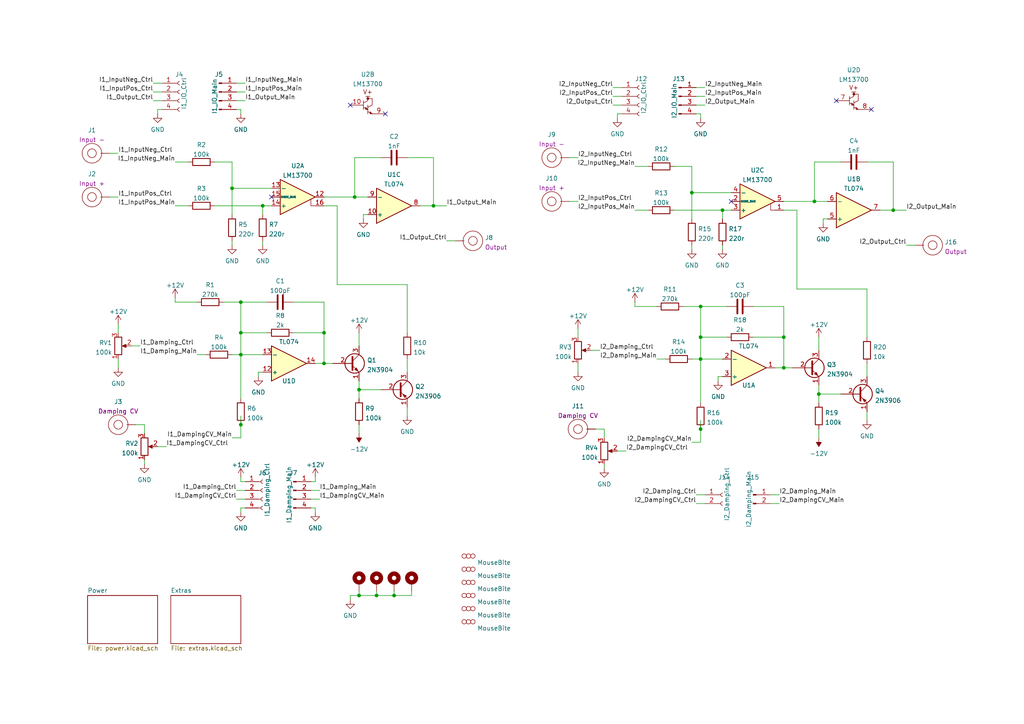
<source format=kicad_sch>
(kicad_sch (version 20211123) (generator eeschema)
  (paper "A4")
  (title_block (title "Damped Integrator") (date "2022-06-17") (rev "r01") (comment 2 "creativecommons.org/Licenses/by/4.0/") (comment 3 "License: CC BY 4.0") (comment 4 "Author: Guy John"))
  (lib_symbols
    (symbol "Amplifier_Operational:LM13700" (pin_names (offset 0.127))
      (property "Reference" "U" (at 3.81 5.08 0))
      (property "Value" "LM13700" (at 5.08 -5.08 0))
      (symbol "LM13700_1_1"
        (polyline (pts (xy 3.81 -0.635) (xy 3.81 -2.54) (xy 5.08 -2.54)))
        (polyline (pts (xy 5.08 0) (xy -5.08 -5.08) (xy -5.08 5.08) (xy 5.08 0)) (stroke (width 0.254)) (fill (type background)))
        (pin output line (at 7.62 0 180) (length 2.54) (name "~") (number "12"))
        (pin input line (at -7.62 2.54 0) (length 2.54) (name "-") (number "13"))
        (pin input line (at -7.62 -2.54 0) (length 2.54) (name "+") (number "14"))
        (pin input line (at -7.62 0 0) (length 2.54) (name "DIODE_BIAS") (number "15"))
        (pin input line (at 7.62 -2.54 180) (length 2.54) (name "~") (number "16"))
      )
      (symbol "LM13700_2_0"
        (polyline (pts (xy -1.905 2.54) (xy -3.175 2.54)))
      )
      (symbol "LM13700_2_1"
        (circle (center -2.54 1.905) (radius 0.254) (stroke (width 0.254)) (fill (type outline)))
        (polyline (pts (xy -3.81 -0.635) (xy -2.54 -1.27)))
        (polyline (pts (xy -3.81 1.27) (xy -3.81 -1.27)))
        (polyline (pts (xy -2.54 -1.905) (xy -1.27 -2.54)))
        (polyline (pts (xy -2.54 0) (xy -2.54 -2.54)))
        (polyline (pts (xy -3.81 0.635) (xy -2.54 1.27) (xy -2.54 1.905) (xy -2.54 2.54)))
        (polyline (pts (xy -2.54 -1.27) (xy -3.175 -0.635) (xy -3.175 -1.27) (xy -2.54 -1.27)) (fill (type outline)))
        (polyline (pts (xy -2.54 -0.635) (xy -1.27 0) (xy -1.27 1.905) (xy -2.54 1.905)))
        (polyline (pts (xy -1.27 -2.54) (xy -1.905 -1.905) (xy -1.905 -2.54) (xy -1.27 -2.54)) (fill (type outline)))
        (text "V+" (at -2.54 3.81 0) (effects (font (size 1.27 1.27))))
        (pin input line (at -7.62 0 0) (length 3.81) (name "~") (number "10"))
        (pin output line (at 2.54 -2.54 180) (length 3.81) (name "~") (number "9"))
      )
      (symbol "LM13700_3_1"
        (polyline (pts (xy 3.81 -0.635) (xy 3.81 -2.54) (xy 5.08 -2.54)))
        (polyline (pts (xy 5.08 0) (xy -5.08 -5.08) (xy -5.08 5.08) (xy 5.08 0)) (stroke (width 0.254)) (fill (type background)))
        (pin input line (at 7.62 -2.54 180) (length 2.54) (name "~") (number "1"))
        (pin input line (at -7.62 0 0) (length 2.54) (name "DIODE_BIAS") (number "2"))
        (pin input line (at -7.62 -2.54 0) (length 2.54) (name "+") (number "3"))
        (pin input line (at -7.62 2.54 0) (length 2.54) (name "-") (number "4"))
        (pin output line (at 7.62 0 180) (length 2.54) (name "~") (number "5"))
      )
      (symbol "LM13700_4_0"
        (polyline (pts (xy -3.175 2.54) (xy -1.905 2.54)))
        (text "V+" (at -2.54 3.81 0) (effects (font (size 1.27 1.27))))
      )
      (symbol "LM13700_4_1"
        (circle (center -2.54 1.905) (radius 0.254) (stroke (width 0.254)) (fill (type outline)))
        (polyline (pts (xy -3.81 -0.635) (xy -2.54 -1.27)))
        (polyline (pts (xy -3.81 1.27) (xy -3.81 -1.27)))
        (polyline (pts (xy -2.54 -1.905) (xy -1.27 -2.54)))
        (polyline (pts (xy -2.54 0) (xy -2.54 -2.54)))
        (polyline (pts (xy -3.81 0.635) (xy -2.54 1.27) (xy -2.54 2.54)))
        (polyline (pts (xy -2.54 -1.27) (xy -3.175 -0.635) (xy -3.175 -1.27) (xy -2.54 -1.27)) (fill (type outline)))
        (polyline (pts (xy -2.54 -0.635) (xy -1.27 0) (xy -1.27 1.905) (xy -2.54 1.905)))
        (polyline (pts (xy -1.27 -2.54) (xy -1.905 -1.905) (xy -1.905 -2.54) (xy -1.27 -2.54)) (fill (type outline)))
        (pin input line (at -7.62 0 0) (length 3.81) (name "~") (number "7"))
        (pin output line (at 2.54 -2.54 180) (length 3.81) (name "~") (number "8"))
      )
      (symbol "LM13700_5_1"
        (pin power_in line (at -2.54 7.62 270) (length 3.81) (name "V+") (number "11"))
        (pin power_in line (at -2.54 -7.62 90) (length 3.81) (name "V-") (number "6"))
      )
    )
    (symbol "Amplifier_Operational:TL074" (pin_names (offset 0.127))
      (property "Reference" "U" (at 0 5.08 0))
      (property "Value" "TL074" (at 0 -5.08 0))
      (symbol "TL074_1_1"
        (polyline (pts (xy -5.08 5.08) (xy 5.08 0) (xy -5.08 -5.08) (xy -5.08 5.08)) (stroke (width 0.254)) (fill (type background)))
        (pin output line (at 7.62 0 180) (length 2.54) (name "~") (number "1"))
        (pin input line (at -7.62 -2.54 0) (length 2.54) (name "-") (number "2"))
        (pin input line (at -7.62 2.54 0) (length 2.54) (name "+") (number "3"))
      )
      (symbol "TL074_2_1"
        (polyline (pts (xy -5.08 5.08) (xy 5.08 0) (xy -5.08 -5.08) (xy -5.08 5.08)) (stroke (width 0.254)) (fill (type background)))
        (pin input line (at -7.62 2.54 0) (length 2.54) (name "+") (number "5"))
        (pin input line (at -7.62 -2.54 0) (length 2.54) (name "-") (number "6"))
        (pin output line (at 7.62 0 180) (length 2.54) (name "~") (number "7"))
      )
      (symbol "TL074_3_1"
        (polyline (pts (xy -5.08 5.08) (xy 5.08 0) (xy -5.08 -5.08) (xy -5.08 5.08)) (stroke (width 0.254)) (fill (type background)))
        (pin input line (at -7.62 2.54 0) (length 2.54) (name "+") (number "10"))
        (pin output line (at 7.62 0 180) (length 2.54) (name "~") (number "8"))
        (pin input line (at -7.62 -2.54 0) (length 2.54) (name "-") (number "9"))
      )
      (symbol "TL074_4_1"
        (polyline (pts (xy -5.08 5.08) (xy 5.08 0) (xy -5.08 -5.08) (xy -5.08 5.08)) (stroke (width 0.254)) (fill (type background)))
        (pin input line (at -7.62 2.54 0) (length 2.54) (name "+") (number "12"))
        (pin input line (at -7.62 -2.54 0) (length 2.54) (name "-") (number "13"))
        (pin output line (at 7.62 0 180) (length 2.54) (name "~") (number "14"))
      )
      (symbol "TL074_5_1"
        (pin power_in line (at -2.54 -7.62 90) (length 3.81) (name "V-") (number "11"))
        (pin power_in line (at -2.54 7.62 270) (length 3.81) (name "V+") (number "4"))
      )
    )
    (symbol "BananaJacks:BananaJack_PanelMount" (pin_numbers hide) (pin_names (offset 1.016))
      (property "Reference" "J" (at 0 3.81 0))
      (property "Note" "BananaJack" (at 0 -3.81 0))
      (symbol "BananaJack_PanelMount_0_1"
        (circle (center 0 0) (radius 1.27))
        (circle (center 0 0) (radius 2.8448))
      )
      (symbol "BananaJack_PanelMount_1_1"
        (pin bidirectional line (at 5.08 0 180) (length 2.54) (name "~") (number "1"))
      )
    )
    (symbol "Connector:Conn_01x02_Female" (pin_names (offset 1.016) hide)
      (property "Reference" "J" (at 0 2.54 0))
      (property "Value" "Conn_01x02_Female" (at 0 -5.08 0))
      (symbol "Conn_01x02_Female_1_1"
        (arc (start 0 -2.032) (mid -0.508 -2.54) (end 0 -3.048) (stroke (width 0.1524)))
        (polyline (pts (xy -1.27 -2.54) (xy -0.508 -2.54)) (stroke (width 0.1524)))
        (polyline (pts (xy -1.27 0) (xy -0.508 0)) (stroke (width 0.1524)))
        (arc (start 0 0.508) (mid -0.508 0) (end 0 -0.508) (stroke (width 0.1524)))
        (pin passive line (at -5.08 0 0) (length 3.81) (name "Pin_1") (number "1"))
        (pin passive line (at -5.08 -2.54 0) (length 3.81) (name "Pin_2") (number "2"))
      )
    )
    (symbol "Connector:Conn_01x02_Male" (pin_names (offset 1.016) hide)
      (property "Reference" "J" (at 0 2.54 0))
      (property "Value" "Conn_01x02_Male" (at 0 -5.08 0))
      (symbol "Conn_01x02_Male_1_1"
        (polyline (pts (xy 1.27 -2.54) (xy 0.8636 -2.54)) (stroke (width 0.1524)))
        (polyline (pts (xy 1.27 0) (xy 0.8636 0)) (stroke (width 0.1524)))
        (rectangle (start 0.8636 -2.413) (end 0 -2.667) (stroke (width 0.1524)) (fill (type outline)))
        (rectangle (start 0.8636 0.127) (end 0 -0.127) (stroke (width 0.1524)) (fill (type outline)))
        (pin passive line (at 5.08 0 180) (length 3.81) (name "Pin_1") (number "1"))
        (pin passive line (at 5.08 -2.54 180) (length 3.81) (name "Pin_2") (number "2"))
      )
    )
    (symbol "Connector:Conn_01x04_Female" (pin_names (offset 1.016) hide)
      (property "Reference" "J" (at 0 5.08 0))
      (property "Value" "Conn_01x04_Female" (at 0 -7.62 0))
      (symbol "Conn_01x04_Female_1_1"
        (arc (start 0 -4.572) (mid -0.508 -5.08) (end 0 -5.588) (stroke (width 0.1524)))
        (arc (start 0 -2.032) (mid -0.508 -2.54) (end 0 -3.048) (stroke (width 0.1524)))
        (polyline (pts (xy -1.27 -5.08) (xy -0.508 -5.08)) (stroke (width 0.1524)))
        (polyline (pts (xy -1.27 -2.54) (xy -0.508 -2.54)) (stroke (width 0.1524)))
        (polyline (pts (xy -1.27 0) (xy -0.508 0)) (stroke (width 0.1524)))
        (polyline (pts (xy -1.27 2.54) (xy -0.508 2.54)) (stroke (width 0.1524)))
        (arc (start 0 0.508) (mid -0.508 0) (end 0 -0.508) (stroke (width 0.1524)))
        (arc (start 0 3.048) (mid -0.508 2.54) (end 0 2.032) (stroke (width 0.1524)))
        (pin passive line (at -5.08 2.54 0) (length 3.81) (name "Pin_1") (number "1"))
        (pin passive line (at -5.08 0 0) (length 3.81) (name "Pin_2") (number "2"))
        (pin passive line (at -5.08 -2.54 0) (length 3.81) (name "Pin_3") (number "3"))
        (pin passive line (at -5.08 -5.08 0) (length 3.81) (name "Pin_4") (number "4"))
      )
    )
    (symbol "Connector:Conn_01x04_Male" (pin_names (offset 1.016) hide)
      (property "Reference" "J" (at 0 5.08 0))
      (property "Value" "Conn_01x04_Male" (at 0 -7.62 0))
      (symbol "Conn_01x04_Male_1_1"
        (polyline (pts (xy 1.27 -5.08) (xy 0.8636 -5.08)) (stroke (width 0.1524)))
        (polyline (pts (xy 1.27 -2.54) (xy 0.8636 -2.54)) (stroke (width 0.1524)))
        (polyline (pts (xy 1.27 0) (xy 0.8636 0)) (stroke (width 0.1524)))
        (polyline (pts (xy 1.27 2.54) (xy 0.8636 2.54)) (stroke (width 0.1524)))
        (rectangle (start 0.8636 -4.953) (end 0 -5.207) (stroke (width 0.1524)) (fill (type outline)))
        (rectangle (start 0.8636 -2.413) (end 0 -2.667) (stroke (width 0.1524)) (fill (type outline)))
        (rectangle (start 0.8636 0.127) (end 0 -0.127) (stroke (width 0.1524)) (fill (type outline)))
        (rectangle (start 0.8636 2.667) (end 0 2.413) (stroke (width 0.1524)) (fill (type outline)))
        (pin passive line (at 5.08 2.54 180) (length 3.81) (name "Pin_1") (number "1"))
        (pin passive line (at 5.08 0 180) (length 3.81) (name "Pin_2") (number "2"))
        (pin passive line (at 5.08 -2.54 180) (length 3.81) (name "Pin_3") (number "3"))
        (pin passive line (at 5.08 -5.08 180) (length 3.81) (name "Pin_4") (number "4"))
      )
    )
    (symbol "Device:C" (pin_numbers hide) (pin_names (offset 0.254))
      (property "Reference" "C" (at 0.635 2.54 0))
      (property "Value" "C" (at 0.635 -2.54 0))
      (symbol "C_0_1"
        (polyline (pts (xy -2.032 -0.762) (xy 2.032 -0.762)) (stroke (width 0.508)))
        (polyline (pts (xy -2.032 0.762) (xy 2.032 0.762)) (stroke (width 0.508)))
      )
      (symbol "C_1_1"
        (pin passive line (at 0 3.81 270) (length 2.794) (name "~") (number "1"))
        (pin passive line (at 0 -3.81 90) (length 2.794) (name "~") (number "2"))
      )
    )
    (symbol "Device:R" (pin_numbers hide) (pin_names (offset 0))
      (property "Reference" "R" (at 2.032 0 90))
      (property "Value" "R" (at 0 0 90))
      (symbol "R_0_1"
        (rectangle (start -1.016 -2.54) (end 1.016 2.54) (stroke (width 0.254)))
      )
      (symbol "R_1_1"
        (pin passive line (at 0 3.81 270) (length 1.27) (name "~") (number "1"))
        (pin passive line (at 0 -3.81 90) (length 1.27) (name "~") (number "2"))
      )
    )
    (symbol "Device:R_Potentiometer" (pin_names (offset 1.016) hide)
      (property "Reference" "RV" (at -4.445 0 90))
      (property "Value" "R_Potentiometer" (at -2.54 0 90))
      (symbol "R_Potentiometer_0_1"
        (polyline (pts (xy 2.54 0) (xy 1.524 0)))
        (polyline (pts (xy 1.143 0) (xy 2.286 0.508) (xy 2.286 -0.508) (xy 1.143 0)) (fill (type outline)))
        (rectangle (start 1.016 2.54) (end -1.016 -2.54) (stroke (width 0.254)))
      )
      (symbol "R_Potentiometer_1_1"
        (pin passive line (at 0 3.81 270) (length 1.27) (name "1") (number "1"))
        (pin passive line (at 3.81 0 180) (length 1.27) (name "2") (number "2"))
        (pin passive line (at 0 -3.81 90) (length 1.27) (name "3") (number "3"))
      )
    )
    (symbol "Mechanical:MountingHole_Pad" (pin_numbers hide) (pin_names (offset 1.016) hide)
      (property "Reference" "H" (at 0 6.35 0))
      (property "Value" "MountingHole_Pad" (at 0 4.445 0))
      (symbol "MountingHole_Pad_0_1"
        (circle (center 0 1.27) (radius 1.27) (stroke (width 1.27)))
      )
      (symbol "MountingHole_Pad_1_1"
        (pin input line (at 0 -2.54 90) (length 2.54) (name "1") (number "1"))
      )
    )
    (symbol "Panelization:MouseBite" (pin_names (offset 1.016))
      (property "Reference" "H" (at 0 2.54 0))
      (property "Value" "MouseBite" (at 0 -1.905 0))
      (symbol "MouseBite_0_1"
        (circle (center -1.27 0) (radius 0.635))
        (circle (center 0 0) (radius 0.635))
        (circle (center 1.27 0) (radius 0.635))
      )
    )
    (symbol "Transistor_BJT:2N3904" (pin_names (offset 0) hide)
      (property "Reference" "Q" (at 5.08 1.905 0))
      (property "Value" "2N3904" (at 5.08 0 0))
      (symbol "2N3904_0_1"
        (polyline (pts (xy 0.635 0.635) (xy 2.54 2.54)))
        (polyline (pts (xy 0.635 -0.635) (xy 2.54 -2.54) (xy 2.54 -2.54)))
        (polyline (pts (xy 0.635 1.905) (xy 0.635 -1.905) (xy 0.635 -1.905)) (stroke (width 0.508)))
        (polyline (pts (xy 1.27 -1.778) (xy 1.778 -1.27) (xy 2.286 -2.286) (xy 1.27 -1.778) (xy 1.27 -1.778)) (fill (type outline)))
        (circle (center 1.27 0) (radius 2.8194) (stroke (width 0.254)))
      )
      (symbol "2N3904_1_1"
        (pin passive line (at 2.54 -5.08 90) (length 2.54) (name "E") (number "1"))
        (pin passive line (at -5.08 0 0) (length 5.715) (name "B") (number "2"))
        (pin passive line (at 2.54 5.08 270) (length 2.54) (name "C") (number "3"))
      )
    )
    (symbol "Transistor_BJT:2N3906" (pin_names (offset 0) hide)
      (property "Reference" "Q" (at 5.08 1.905 0))
      (property "Value" "2N3906" (at 5.08 0 0))
      (symbol "2N3906_0_1"
        (polyline (pts (xy 0.635 0.635) (xy 2.54 2.54)))
        (polyline (pts (xy 0.635 -0.635) (xy 2.54 -2.54) (xy 2.54 -2.54)))
        (polyline (pts (xy 0.635 1.905) (xy 0.635 -1.905) (xy 0.635 -1.905)) (stroke (width 0.508)))
        (polyline (pts (xy 2.286 -1.778) (xy 1.778 -2.286) (xy 1.27 -1.27) (xy 2.286 -1.778) (xy 2.286 -1.778)) (fill (type outline)))
        (circle (center 1.27 0) (radius 2.8194) (stroke (width 0.254)))
      )
      (symbol "2N3906_1_1"
        (pin passive line (at 2.54 -5.08 90) (length 2.54) (name "E") (number "1"))
        (pin input line (at -5.08 0 0) (length 5.715) (name "B") (number "2"))
        (pin passive line (at 2.54 5.08 270) (length 2.54) (name "C") (number "3"))
      )
    )
    (symbol "power:+12V" (power) (pin_names (offset 0))
      (property "Value" "+12V" (at 0 3.556 0))
      (symbol "+12V_0_1"
        (polyline (pts (xy -0.762 1.27) (xy 0 2.54)))
        (polyline (pts (xy 0 0) (xy 0 2.54)))
        (polyline (pts (xy 0 2.54) (xy 0.762 1.27)))
      )
      (symbol "+12V_1_1"
        (pin power_in line (at 0 0 90) (length 0) hide (name "+12V") (number "1"))
      )
    )
    (symbol "power:-12V" (power) (pin_names (offset 0))
      (property "Value" "-12V" (at 0 3.81 0))
      (symbol "-12V_0_0"
        (pin power_in line (at 0 0 90) (length 0) hide (name "-12V") (number "1"))
      )
      (symbol "-12V_0_1"
        (polyline (pts (xy 0 0) (xy 0 1.27) (xy 0.762 1.27) (xy 0 2.54) (xy -0.762 1.27) (xy 0 1.27)) (fill (type outline)))
      )
    )
    (symbol "power:GND" (power) (pin_names (offset 0))
      (property "Value" "GND" (at 0 -3.81 0))
      (symbol "GND_0_1"
        (polyline (pts (xy 0 0) (xy 0 -1.27) (xy 1.27 -1.27) (xy 0 -2.54) (xy -1.27 -1.27) (xy 0 -1.27)))
      )
      (symbol "GND_1_1"
        (pin power_in line (at 0 0 270) (length 0) hide (name "GND") (number "1"))
      )
    )
  )
  (junction (at 69.85 96.52))
  (junction (at 102.87 57.15))
  (junction (at 76.2 59.69))
  (junction (at 69.85 123.19))
  (junction (at 109.22 172.72))
  (junction (at 203.2 97.79))
  (junction (at 203.2 88.9))
  (junction (at 93.98 96.52))
  (junction (at 227.33 106.68))
  (junction (at 237.49 114.3))
  (junction (at 69.85 102.87))
  (junction (at 203.2 104.14))
  (junction (at 104.14 113.03))
  (junction (at 104.14 172.72))
  (junction (at 125.73 59.69))
  (junction (at 114.3 172.72))
  (junction (at 236.22 58.42))
  (junction (at 203.2 124.46))
  (junction (at 69.85 87.63))
  (junction (at 200.66 55.88))
  (junction (at 227.33 97.79))
  (junction (at 209.55 60.96))
  (junction (at 67.31 54.61))
  (junction (at 259.08 60.96))
  (junction (at 93.98 105.41))
  (no_connect (at 212.09 58.42))
  (no_connect (at 78.74 57.15))
  (no_connect (at 242.57 29.21))
  (no_connect (at 111.76 33.02))
  (no_connect (at 101.6 30.48))
  (no_connect (at 252.73 31.75))
  (wire (pts (xy 67.31 54.61) (xy 67.31 62.23)))
  (wire (pts (xy 34.29 44.45) (xy 31.75 44.45)))
  (wire (pts (xy 209.55 109.22) (xy 208.28 109.22)))
  (wire (pts (xy 125.73 59.69) (xy 129.54 59.69)))
  (wire (pts (xy 69.85 138.43) (xy 69.85 139.7)))
  (wire (pts (xy 69.85 96.52) (xy 77.47 96.52)))
  (wire (pts (xy 68.58 142.24) (xy 71.12 142.24)))
  (wire (pts (xy 44.45 24.13) (xy 46.99 24.13)))
  (wire (pts (xy 109.22 172.72) (xy 114.3 172.72)))
  (wire (pts (xy 195.58 60.96) (xy 209.55 60.96)))
  (wire (pts (xy 69.85 87.63) (xy 69.85 96.52)))
  (wire (pts (xy 118.11 82.55) (xy 118.11 96.52)))
  (wire (pts (xy 171.45 101.6) (xy 173.99 101.6)))
  (wire (pts (xy 129.54 69.85) (xy 132.08 69.85)))
  (wire (pts (xy 44.45 26.67) (xy 46.99 26.67)))
  (wire (pts (xy 184.15 87.63) (xy 184.15 88.9)))
  (wire (pts (xy 90.17 144.78) (xy 92.71 144.78)))
  (wire (pts (xy 209.55 60.96) (xy 209.55 63.5)))
  (wire (pts (xy 104.14 123.19) (xy 104.14 125.73)))
  (wire (pts (xy 69.85 147.32) (xy 71.12 147.32)))
  (wire (pts (xy 184.15 60.96) (xy 187.96 60.96)))
  (wire (pts (xy 93.98 105.41) (xy 93.98 96.52)))
  (wire (pts (xy 175.26 134.62) (xy 175.26 135.89)))
  (wire (pts (xy 251.46 119.38) (xy 251.46 121.92)))
  (wire (pts (xy 93.98 96.52) (xy 85.09 96.52)))
  (wire (pts (xy 227.33 58.42) (xy 236.22 58.42)))
  (wire (pts (xy 69.85 102.87) (xy 69.85 115.57)))
  (wire (pts (xy 34.29 104.14) (xy 34.29 106.68)))
  (wire (pts (xy 180.34 33.02) (xy 179.07 33.02)))
  (wire (pts (xy 165.1 58.42) (xy 167.64 58.42)))
  (wire (pts (xy 238.76 63.5) (xy 238.76 64.77)))
  (wire (pts (xy 104.14 96.52) (xy 104.14 100.33)))
  (wire (pts (xy 203.2 104.14) (xy 203.2 97.79)))
  (wire (pts (xy 102.87 57.15) (xy 106.68 57.15)))
  (wire (pts (xy 76.2 107.95) (xy 74.93 107.95)))
  (wire (pts (xy 237.49 114.3) (xy 243.84 114.3)))
  (wire (pts (xy 69.85 120.65) (xy 69.85 123.19)))
  (wire (pts (xy 93.98 59.69) (xy 97.79 59.69)))
  (wire (pts (xy 262.89 71.12) (xy 265.43 71.12)))
  (wire (pts (xy 231.14 83.82) (xy 251.46 83.82)))
  (wire (pts (xy 69.85 139.7) (xy 71.12 139.7)))
  (wire (pts (xy 203.2 88.9) (xy 203.2 97.79)))
  (wire (pts (xy 93.98 105.41) (xy 96.52 105.41)))
  (wire (pts (xy 91.44 105.41) (xy 93.98 105.41)))
  (wire (pts (xy 46.99 31.75) (xy 45.72 31.75)))
  (wire (pts (xy 121.92 59.69) (xy 125.73 59.69)))
  (wire (pts (xy 167.64 45.72) (xy 165.1 45.72)))
  (wire (pts (xy 31.75 57.15) (xy 34.29 57.15)))
  (wire (pts (xy 76.2 59.69) (xy 76.2 62.23)))
  (wire (pts (xy 34.29 93.98) (xy 34.29 96.52)))
  (wire (pts (xy 69.85 123.19) (xy 69.85 127)))
  (wire (pts (xy 62.23 59.69) (xy 76.2 59.69)))
  (wire (pts (xy 236.22 46.99) (xy 243.84 46.99)))
  (wire (pts (xy 236.22 46.99) (xy 236.22 58.42)))
  (wire (pts (xy 97.79 59.69) (xy 97.79 82.55)))
  (wire (pts (xy 259.08 60.96) (xy 262.89 60.96)))
  (wire (pts (xy 190.5 104.14) (xy 193.04 104.14)))
  (wire (pts (xy 255.27 60.96) (xy 259.08 60.96)))
  (wire (pts (xy 102.87 45.72) (xy 102.87 57.15)))
  (wire (pts (xy 200.66 104.14) (xy 203.2 104.14)))
  (wire (pts (xy 251.46 105.41) (xy 251.46 109.22)))
  (wire (pts (xy 67.31 102.87) (xy 69.85 102.87)))
  (wire (pts (xy 172.72 124.46) (xy 175.26 124.46)))
  (wire (pts (xy 45.72 31.75) (xy 45.72 33.02)))
  (wire (pts (xy 259.08 60.96) (xy 259.08 46.99)))
  (wire (pts (xy 227.33 106.68) (xy 229.87 106.68)))
  (wire (pts (xy 104.14 113.03) (xy 104.14 115.57)))
  (wire (pts (xy 93.98 57.15) (xy 102.87 57.15)))
  (wire (pts (xy 203.2 97.79) (xy 210.82 97.79)))
  (wire (pts (xy 177.8 30.48) (xy 180.34 30.48)))
  (wire (pts (xy 68.58 26.67) (xy 71.12 26.67)))
  (wire (pts (xy 201.93 33.02) (xy 203.2 33.02)))
  (wire (pts (xy 91.44 139.7) (xy 91.44 138.43)))
  (wire (pts (xy 104.14 110.49) (xy 104.14 113.03)))
  (wire (pts (xy 184.15 48.26) (xy 187.96 48.26)))
  (wire (pts (xy 106.68 62.23) (xy 105.41 62.23)))
  (wire (pts (xy 118.11 45.72) (xy 125.73 45.72)))
  (wire (pts (xy 101.6 173.99) (xy 101.6 172.72)))
  (wire (pts (xy 203.2 104.14) (xy 203.2 116.84)))
  (wire (pts (xy 227.33 60.96) (xy 231.14 60.96)))
  (wire (pts (xy 227.33 97.79) (xy 218.44 97.79)))
  (wire (pts (xy 50.8 59.69) (xy 54.61 59.69)))
  (wire (pts (xy 109.22 171.45) (xy 109.22 172.72)))
  (wire (pts (xy 69.85 31.75) (xy 69.85 33.02)))
  (wire (pts (xy 118.11 118.11) (xy 118.11 120.65)))
  (wire (pts (xy 68.58 29.21) (xy 71.12 29.21)))
  (wire (pts (xy 102.87 45.72) (xy 110.49 45.72)))
  (wire (pts (xy 85.09 87.63) (xy 93.98 87.63)))
  (wire (pts (xy 101.6 172.72) (xy 104.14 172.72)))
  (wire (pts (xy 68.58 24.13) (xy 71.12 24.13)))
  (wire (pts (xy 203.2 121.92) (xy 203.2 124.46)))
  (wire (pts (xy 68.58 144.78) (xy 71.12 144.78)))
  (wire (pts (xy 236.22 58.42) (xy 240.03 58.42)))
  (wire (pts (xy 67.31 46.99) (xy 67.31 54.61)))
  (wire (pts (xy 69.85 148.59) (xy 69.85 147.32)))
  (wire (pts (xy 200.66 71.12) (xy 200.66 72.39)))
  (wire (pts (xy 179.07 130.81) (xy 181.61 130.81)))
  (wire (pts (xy 74.93 107.95) (xy 74.93 109.22)))
  (wire (pts (xy 201.93 143.51) (xy 204.47 143.51)))
  (wire (pts (xy 200.66 48.26) (xy 200.66 55.88)))
  (wire (pts (xy 208.28 109.22) (xy 208.28 110.49)))
  (wire (pts (xy 200.66 55.88) (xy 200.66 63.5)))
  (wire (pts (xy 237.49 114.3) (xy 237.49 116.84)))
  (wire (pts (xy 209.55 71.12) (xy 209.55 72.39)))
  (wire (pts (xy 90.17 147.32) (xy 91.44 147.32)))
  (wire (pts (xy 50.8 46.99) (xy 54.61 46.99)))
  (wire (pts (xy 237.49 124.46) (xy 237.49 127)))
  (wire (pts (xy 251.46 46.99) (xy 259.08 46.99)))
  (wire (pts (xy 203.2 124.46) (xy 203.2 128.27)))
  (wire (pts (xy 67.31 69.85) (xy 67.31 71.12)))
  (wire (pts (xy 227.33 88.9) (xy 227.33 97.79)))
  (wire (pts (xy 119.38 172.72) (xy 119.38 171.45)))
  (wire (pts (xy 251.46 83.82) (xy 251.46 97.79)))
  (wire (pts (xy 200.66 128.27) (xy 203.2 128.27)))
  (wire (pts (xy 93.98 87.63) (xy 93.98 96.52)))
  (wire (pts (xy 104.14 172.72) (xy 109.22 172.72)))
  (wire (pts (xy 104.14 113.03) (xy 110.49 113.03)))
  (wire (pts (xy 209.55 60.96) (xy 212.09 60.96)))
  (wire (pts (xy 41.91 123.19) (xy 41.91 125.73)))
  (wire (pts (xy 184.15 88.9) (xy 190.5 88.9)))
  (wire (pts (xy 69.85 87.63) (xy 77.47 87.63)))
  (wire (pts (xy 240.03 63.5) (xy 238.76 63.5)))
  (wire (pts (xy 68.58 31.75) (xy 69.85 31.75)))
  (wire (pts (xy 237.49 111.76) (xy 237.49 114.3)))
  (wire (pts (xy 223.52 146.05) (xy 226.06 146.05)))
  (wire (pts (xy 91.44 147.32) (xy 91.44 148.59)))
  (wire (pts (xy 201.93 27.94) (xy 204.47 27.94)))
  (wire (pts (xy 114.3 171.45) (xy 114.3 172.72)))
  (wire (pts (xy 179.07 33.02) (xy 179.07 34.29)))
  (wire (pts (xy 175.26 124.46) (xy 175.26 127)))
  (wire (pts (xy 62.23 46.99) (xy 67.31 46.99)))
  (wire (pts (xy 201.93 25.4) (xy 204.47 25.4)))
  (wire (pts (xy 44.45 29.21) (xy 46.99 29.21)))
  (wire (pts (xy 218.44 88.9) (xy 227.33 88.9)))
  (wire (pts (xy 104.14 171.45) (xy 104.14 172.72)))
  (wire (pts (xy 57.15 102.87) (xy 59.69 102.87)))
  (wire (pts (xy 198.12 88.9) (xy 203.2 88.9)))
  (wire (pts (xy 167.64 95.25) (xy 167.64 97.79)))
  (wire (pts (xy 64.77 87.63) (xy 69.85 87.63)))
  (wire (pts (xy 177.8 25.4) (xy 180.34 25.4)))
  (wire (pts (xy 90.17 142.24) (xy 92.71 142.24)))
  (wire (pts (xy 39.37 123.19) (xy 41.91 123.19)))
  (wire (pts (xy 195.58 48.26) (xy 200.66 48.26)))
  (wire (pts (xy 223.52 143.51) (xy 226.06 143.51)))
  (wire (pts (xy 201.93 146.05) (xy 204.47 146.05)))
  (wire (pts (xy 90.17 139.7) (xy 91.44 139.7)))
  (wire (pts (xy 76.2 59.69) (xy 78.74 59.69)))
  (wire (pts (xy 50.8 86.36) (xy 50.8 87.63)))
  (wire (pts (xy 69.85 102.87) (xy 69.85 96.52)))
  (wire (pts (xy 41.91 133.35) (xy 41.91 134.62)))
  (wire (pts (xy 201.93 30.48) (xy 204.47 30.48)))
  (wire (pts (xy 69.85 102.87) (xy 76.2 102.87)))
  (wire (pts (xy 97.79 82.55) (xy 118.11 82.55)))
  (wire (pts (xy 200.66 55.88) (xy 212.09 55.88)))
  (wire (pts (xy 76.2 69.85) (xy 76.2 71.12)))
  (wire (pts (xy 203.2 33.02) (xy 203.2 34.29)))
  (wire (pts (xy 167.64 105.41) (xy 167.64 107.95)))
  (wire (pts (xy 105.41 62.23) (xy 105.41 63.5)))
  (wire (pts (xy 67.31 54.61) (xy 78.74 54.61)))
  (wire (pts (xy 114.3 172.72) (xy 119.38 172.72)))
  (wire (pts (xy 45.72 129.54) (xy 48.26 129.54)))
  (wire (pts (xy 203.2 88.9) (xy 210.82 88.9)))
  (wire (pts (xy 203.2 104.14) (xy 209.55 104.14)))
  (wire (pts (xy 50.8 87.63) (xy 57.15 87.63)))
  (wire (pts (xy 224.79 106.68) (xy 227.33 106.68)))
  (wire (pts (xy 118.11 104.14) (xy 118.11 107.95)))
  (wire (pts (xy 227.33 106.68) (xy 227.33 97.79)))
  (wire (pts (xy 38.1 100.33) (xy 40.64 100.33)))
  (wire (pts (xy 231.14 60.96) (xy 231.14 83.82)))
  (wire (pts (xy 125.73 59.69) (xy 125.73 45.72)))
  (wire (pts (xy 67.31 127) (xy 69.85 127)))
  (wire (pts (xy 177.8 27.94) (xy 180.34 27.94)))
  (wire (pts (xy 237.49 97.79) (xy 237.49 101.6)))
  (label "I2_DampingCV_Ctrl" (at 201.93 146.05 180))
  (label "I1_Damping_Main" (at 92.71 142.24 0))
  (label "I2_InputNeg_Main" (at 204.47 25.4 0))
  (label "I2_InputPos_Ctrl" (at 167.64 58.42 0))
  (label "I2_InputPos_Main" (at 204.47 27.94 0))
  (label "I2_Damping_Ctrl" (at 201.93 143.51 180))
  (label "I2_Output_Main" (at 262.89 60.96 0))
  (label "I2_DampingCV_Main" (at 200.66 128.27 180))
  (label "I1_Output_Main" (at 71.12 29.21 0))
  (label "I1_Damping_Main" (at 57.15 102.87 180))
  (label "I2_InputPos_Ctrl" (at 177.8 27.94 180))
  (label "I2_Damping_Main" (at 226.06 143.51 0))
  (label "I1_DampingCV_Main" (at 92.71 144.78 0))
  (label "I2_Damping_Main" (at 190.5 104.14 180))
  (label "I1_InputPos_Main" (at 71.12 26.67 0))
  (label "I2_Damping_Ctrl" (at 173.99 101.6 0))
  (label "I2_InputNeg_Ctrl" (at 177.8 25.4 180))
  (label "I2_InputNeg_Ctrl" (at 167.64 45.72 0))
  (label "I1_DampingCV_Main" (at 67.31 127 180))
  (label "I1_DampingCV_Ctrl" (at 68.58 144.78 180))
  (label "I1_Output_Ctrl" (at 44.45 29.21 180))
  (label "I1_InputNeg_Main" (at 71.12 24.13 0))
  (label "I2_Output_Main" (at 204.47 30.48 0))
  (label "I1_InputNeg_Ctrl" (at 44.45 24.13 180))
  (label "I1_InputPos_Ctrl" (at 44.45 26.67 180))
  (label "I2_DampingCV_Main" (at 226.06 146.05 0))
  (label "I2_Output_Ctrl" (at 177.8 30.48 180))
  (label "I1_Damping_Ctrl" (at 68.58 142.24 180))
  (label "I1_InputPos_Main" (at 50.8 59.69 180))
  (label "I2_Output_Ctrl" (at 262.89 71.12 180))
  (label "I1_InputNeg_Main" (at 50.8 46.99 180))
  (label "I1_InputPos_Ctrl" (at 34.29 57.15 0))
  (label "I2_InputPos_Main" (at 184.15 60.96 180))
  (label "I1_Damping_Ctrl" (at 40.64 100.33 0))
  (label "I2_InputNeg_Main" (at 184.15 48.26 180))
  (label "I1_DampingCV_Ctrl" (at 48.26 129.54 0))
  (label "I1_Output_Ctrl" (at 129.54 69.85 180))
  (label "I1_Output_Main" (at 129.54 59.69 0))
  (label "I2_DampingCV_Ctrl" (at 181.61 130.81 0))
  (label "I1_InputNeg_Ctrl" (at 34.29 44.45 0))
  (symbol (lib_id "Device:C") (at 114.3 45.72 90) (unit 1)
    (property "Reference" "C2" (at 114.3 39.5945 90))
    (property "Value" "1nF" (at 114.3 42.3696 90))
    (property "Footprint" "Rumblesan_Footprints:C_Rect_L7.0mm_W3.5mm_P5.00mm" (effects hide))
  )
  (symbol (lib_id "power:GND") (at 34.29 106.68 0) (unit 1)
    (property "Reference" "#PWR02" (effects hide))
    (property "Value" "GND" (at 34.29 111.2425 0))
  )
  (symbol (lib_id "Connector:Conn_01x02_Male") (at 218.44 143.51 0) (unit 1)
    (property "Reference" "J15" (at 218.44 138.43 0))
    (property "Value" "I2_Damping_Main" (at 217.17 144.78 90))
    (property "Footprint" "Connector_PinHeader_2.54mm:PinHeader_1x02_P2.54mm_Vertical" (effects hide))
  )
  (symbol (lib_id "Device:R") (at 118.11 100.33 180) (unit 1)
    (property "Reference" "R10" (at 119.888 99.4215 0) (effects (justify right)))
    (property "Value" "10k" (at 119.888 102.1966 0) (effects (justify right)))
    (property "Footprint" "Rumblesan_Footprints:Resistor_THT_L6.3mm_D2.5mm_P10.16mm_Horizontal" (effects hide))
  )
  (symbol (lib_id "Amplifier_Operational:LM13700") (at 250.19 29.21 0) (unit 4)
    (property "Reference" "U2" (at 247.65 20.2999 0))
    (property "Value" "LM13700" (at 247.65 23.075 0))
    (property "Footprint" "Rumblesan_Footprints:DIP-16_W7.62mm_Socket" (effects hide))
    (property "Datasheet" "http://www.ti.com/lit/ds/symlink/lm13700.pdf" (effects hide))
  )
  (symbol (lib_id "Device:R") (at 69.85 119.38 180) (unit 1)
    (property "Reference" "R6" (at 71.628 118.4715 0) (effects (justify right)))
    (property "Value" "100k" (at 71.628 121.2466 0) (effects (justify right)))
    (property "Footprint" "Rumblesan_Footprints:Resistor_THT_L6.3mm_D2.5mm_P10.16mm_Horizontal" (effects hide))
  )
  (symbol (lib_id "Panelization:MouseBite") (at 135.89 172.72 0) (unit 1)
    (property "Reference" "H8" (effects hide))
    (property "Value" "MouseBite" (at 138.43 174.5866 0) (effects (justify left)))
    (property "Footprint" "Panelization:mouse-bite-2mm-slot" (effects hide))
  )
  (symbol (lib_id "power:+12V") (at 104.14 96.52 0) (unit 1)
    (property "Reference" "#PWR014" (effects hide))
    (property "Value" "+12V" (at 104.14 92.9155 0))
  )
  (symbol (lib_id "Panelization:MouseBite") (at 135.89 176.53 0) (unit 1)
    (property "Reference" "H9" (effects hide))
    (property "Value" "MouseBite" (at 138.43 178.3966 0) (effects (justify left)))
    (property "Footprint" "Panelization:mouse-bite-2mm-slot" (effects hide))
  )
  (symbol (lib_id "Device:R") (at 81.28 96.52 90) (unit 1)
    (property "Reference" "R8" (at 81.28 91.5375 90))
    (property "Value" "2k" (at 81.28 94.3126 90))
    (property "Footprint" "Rumblesan_Footprints:Resistor_THT_L6.3mm_D2.5mm_P10.16mm_Horizontal" (effects hide))
  )
  (symbol (lib_id "BananaJacks:BananaJack_PanelMount") (at 270.51 71.12 180) (unit 1)
    (property "Reference" "J16" (at 273.9898 70.2115 0) (effects (justify right)))
    (property "Value" "BananaJack_PanelMount" (effects hide))
    (property "Footprint" "Rumblesan_Footprints:BananaJack_THT_JohnsonCinch_108-09" (effects hide))
    (property "Vendor" "Mouser" (effects hide))
    (property "SKU" "108-0901-1" (effects hide))
    (property "Note" "Output" (at 273.9898 72.9866 0) (effects (justify right)))
  )
  (symbol (lib_id "Transistor_BJT:2N3906") (at 248.92 114.3 0) (unit 1)
    (property "Reference" "Q4" (at 253.7714 113.3915 0) (effects (justify left)))
    (property "Value" "2N3906" (at 253.7714 116.1666 0) (effects (justify left)))
    (property "Footprint" "Package_TO_SOT_THT:TO-92_Inline_Wide" (effects hide))
    (property "Datasheet" "https://www.onsemi.com/pub/Collateral/2N3906-D.PDF" (effects hide))
  )
  (symbol (lib_id "Connector:Conn_01x04_Female") (at 76.2 142.24 0) (unit 1)
    (property "Reference" "J6" (at 74.93 137.16 0) (effects (justify left)))
    (property "Value" "I1_Damping_Ctrl" (at 77.47 149.86 90) (effects (justify left)))
    (property "Footprint" "Connector_PinSocket_2.54mm:PinSocket_1x04_P2.54mm_Vertical" (effects hide))
  )
  (symbol (lib_id "power:GND") (at 208.28 110.49 0) (unit 1)
    (property "Reference" "#PWR027" (effects hide))
    (property "Value" "GND" (at 208.28 115.0525 0))
  )
  (symbol (lib_id "power:GND") (at 200.66 72.39 0) (unit 1)
    (property "Reference" "#PWR023" (effects hide))
    (property "Value" "GND" (at 200.66 76.9525 0))
  )
  (symbol (lib_id "BananaJacks:BananaJack_PanelMount") (at 26.67 44.45 0) (unit 1)
    (property "Reference" "J1" (at 26.67 37.7657 0))
    (property "Value" "BananaJack_PanelMount" (effects hide))
    (property "Footprint" "Rumblesan_Footprints:BananaJack_THT_JohnsonCinch_108-09" (effects hide))
    (property "Vendor" "Mouser" (effects hide))
    (property "SKU" "108-0901-1" (effects hide))
    (property "Note" "Input -" (at 26.67 40.5408 0))
  )
  (symbol (lib_id "Connector:Conn_01x04_Male") (at 85.09 142.24 0) (unit 1)
    (property "Reference" "J7" (at 85.09 137.16 0))
    (property "Value" "I1_Damping_Main" (at 83.82 143.51 90))
    (property "Footprint" "Connector_PinHeader_2.54mm:PinHeader_1x04_P2.54mm_Vertical" (effects hide))
  )
  (symbol (lib_id "BananaJacks:BananaJack_PanelMount") (at 26.67 57.15 0) (unit 1)
    (property "Reference" "J2" (at 26.67 50.4657 0))
    (property "Value" "BananaJack_PanelMount" (effects hide))
    (property "Footprint" "Rumblesan_Footprints:BananaJack_THT_JohnsonCinch_108-09" (effects hide))
    (property "Vendor" "Mouser" (effects hide))
    (property "SKU" "108-0901-1" (effects hide))
    (property "Note" "Input +" (at 26.67 53.2408 0))
  )
  (symbol (lib_id "Panelization:MouseBite") (at 135.89 168.91 0) (unit 1)
    (property "Reference" "H7" (effects hide))
    (property "Value" "MouseBite" (at 138.43 170.7766 0) (effects (justify left)))
    (property "Footprint" "Panelization:mouse-bite-2mm-slot" (effects hide))
  )
  (symbol (lib_id "power:-12V") (at 104.14 125.73 180) (unit 1)
    (property "Reference" "#PWR015" (effects hide))
    (property "Value" "-12V" (at 104.14 130.2925 0))
  )
  (symbol (lib_id "power:+12V") (at 69.85 138.43 0) (unit 1)
    (property "Reference" "#PWR08" (effects hide))
    (property "Value" "+12V" (at 69.85 134.8255 0))
  )
  (symbol (lib_id "Amplifier_Operational:TL074") (at 247.65 60.96 0) (mirror x) (unit 2)
    (property "Reference" "U1" (at 247.65 51.9135 0))
    (property "Value" "TL074" (at 247.65 54.6886 0))
    (property "Footprint" "Rumblesan_Footprints:DIP-14_W7.62mm_Socket" (effects hide))
    (property "Datasheet" "http://www.ti.com/lit/ds/symlink/tl071.pdf" (effects hide))
  )
  (symbol (lib_id "power:GND") (at 203.2 34.29 0) (unit 1)
    (property "Reference" "#PWR024" (effects hide))
    (property "Value" "GND" (at 203.2 38.8525 0))
  )
  (symbol (lib_id "Amplifier_Operational:TL074") (at 217.17 106.68 0) (mirror x) (unit 1)
    (property "Reference" "U1" (at 217.17 111.76 0))
    (property "Value" "TL074" (at 217.17 100.4086 0))
    (property "Footprint" "Rumblesan_Footprints:DIP-14_W7.62mm_Socket" (effects hide))
    (property "Datasheet" "http://www.ti.com/lit/ds/symlink/tl071.pdf" (effects hide))
  )
  (symbol (lib_id "Device:R") (at 191.77 48.26 90) (unit 1)
    (property "Reference" "R12" (at 191.77 43.2775 90))
    (property "Value" "100k" (at 191.77 46.0526 90))
    (property "Footprint" "Rumblesan_Footprints:Resistor_THT_L6.3mm_D2.5mm_P10.16mm_Horizontal" (effects hide))
  )
  (symbol (lib_id "BananaJacks:BananaJack_PanelMount") (at 160.02 58.42 0) (unit 1)
    (property "Reference" "J10" (at 160.02 51.7357 0))
    (property "Value" "BananaJack_PanelMount" (effects hide))
    (property "Footprint" "Rumblesan_Footprints:BananaJack_THT_JohnsonCinch_108-09" (effects hide))
    (property "Vendor" "Mouser" (effects hide))
    (property "SKU" "108-0901-1" (effects hide))
    (property "Note" "Input +" (at 160.02 54.5108 0))
  )
  (symbol (lib_id "Device:R") (at 104.14 119.38 0) (unit 1)
    (property "Reference" "R9" (at 105.918 118.4715 0) (effects (justify left)))
    (property "Value" "100k" (at 105.918 121.2466 0) (effects (justify left)))
    (property "Footprint" "Rumblesan_Footprints:Resistor_THT_L6.3mm_D2.5mm_P10.16mm_Horizontal" (effects hide))
  )
  (symbol (lib_id "power:GND") (at 69.85 148.59 0) (unit 1)
    (property "Reference" "#PWR09" (effects hide))
    (property "Value" "GND" (at 69.85 153.1525 0))
  )
  (symbol (lib_id "Device:R") (at 200.66 67.31 180) (unit 1)
    (property "Reference" "R15" (at 202.438 66.4015 0) (effects (justify right)))
    (property "Value" "220r" (at 202.438 69.1766 0) (effects (justify right)))
    (property "Footprint" "Rumblesan_Footprints:Resistor_THT_L6.3mm_D2.5mm_P10.16mm_Horizontal" (effects hide))
  )
  (symbol (lib_id "Device:R") (at 191.77 60.96 90) (unit 1)
    (property "Reference" "R13" (at 191.77 55.9775 90))
    (property "Value" "100k" (at 191.77 58.7526 90))
    (property "Footprint" "Rumblesan_Footprints:Resistor_THT_L6.3mm_D2.5mm_P10.16mm_Horizontal" (effects hide))
  )
  (symbol (lib_id "power:+12V") (at 91.44 138.43 0) (unit 1)
    (property "Reference" "#PWR012" (effects hide))
    (property "Value" "+12V" (at 91.44 134.8255 0))
  )
  (symbol (lib_id "Device:C") (at 214.63 88.9 90) (unit 1)
    (property "Reference" "C3" (at 214.63 82.7745 90))
    (property "Value" "100pF" (at 214.63 85.5496 90))
    (property "Footprint" "Rumblesan_Footprints:C_Rect_L7.0mm_W3.5mm_P5.00mm" (effects hide))
  )
  (symbol (lib_id "Mechanical:MountingHole_Pad") (at 104.14 168.91 0) (unit 1)
    (property "Reference" "H1" (effects hide))
    (property "Value" "MountingHole_Pad" (effects hide))
    (property "Footprint" "MountingHole:MountingHole_3.2mm_M3_DIN965_Pad" (effects hide))
  )
  (symbol (lib_id "power:GND") (at 238.76 64.77 0) (unit 1)
    (property "Reference" "#PWR033" (effects hide))
    (property "Value" "GND" (at 238.76 69.3325 0))
  )
  (symbol (lib_id "Transistor_BJT:2N3906") (at 115.57 113.03 0) (unit 1)
    (property "Reference" "Q2" (at 120.4214 112.1215 0) (effects (justify left)))
    (property "Value" "2N3906" (at 120.4214 114.8966 0) (effects (justify left)))
    (property "Footprint" "Package_TO_SOT_THT:TO-92_Inline_Wide" (effects hide))
    (property "Datasheet" "https://www.onsemi.com/pub/Collateral/2N3906-D.PDF" (effects hide))
  )
  (symbol (lib_id "Device:R_Potentiometer") (at 167.64 101.6 0) (mirror x) (unit 1)
    (property "Reference" "RV3" (at 165.8621 100.6915 0) (effects (justify right)))
    (property "Value" "100k" (at 165.8621 103.4666 0) (effects (justify right)))
    (property "Footprint" "Rumblesan_Footprints:Potentiometer_Alpha_RD901F-40-00D_Single_Vertical_CircularHoles" (effects hide))
  )
  (symbol (lib_id "Mechanical:MountingHole_Pad") (at 114.3 168.91 0) (unit 1)
    (property "Reference" "H3" (effects hide))
    (property "Value" "MountingHole_Pad" (effects hide))
    (property "Footprint" "MountingHole:MountingHole_3.2mm_M3_DIN965_Pad" (effects hide))
  )
  (symbol (lib_id "power:GND") (at 41.91 134.62 0) (unit 1)
    (property "Reference" "#PWR03" (effects hide))
    (property "Value" "GND" (at 41.91 139.1825 0))
  )
  (symbol (lib_id "power:GND") (at 76.2 71.12 0) (unit 1)
    (property "Reference" "#PWR011" (effects hide))
    (property "Value" "GND" (at 76.2 75.6825 0))
  )
  (symbol (lib_id "Device:R") (at 63.5 102.87 90) (unit 1)
    (property "Reference" "R4" (at 63.5 97.8875 90))
    (property "Value" "100k" (at 63.5 100.6626 90))
    (property "Footprint" "Rumblesan_Footprints:Resistor_THT_L6.3mm_D2.5mm_P10.16mm_Horizontal" (effects hide))
  )
  (symbol (lib_id "power:GND") (at 179.07 34.29 0) (unit 1)
    (property "Reference" "#PWR021" (effects hide))
    (property "Value" "GND" (at 179.07 38.8525 0))
  )
  (symbol (lib_id "Panelization:MouseBite") (at 135.89 165.1 0) (unit 1)
    (property "Reference" "H6" (effects hide))
    (property "Value" "MouseBite" (at 138.43 166.9666 0) (effects (justify left)))
    (property "Footprint" "Panelization:mouse-bite-2mm-slot" (effects hide))
  )
  (symbol (lib_id "Mechanical:MountingHole_Pad") (at 119.38 168.91 0) (unit 1)
    (property "Reference" "H4" (effects hide))
    (property "Value" "MountingHole_Pad" (effects hide))
    (property "Footprint" "MountingHole:MountingHole_3.2mm_M3_DIN965_Pad" (effects hide))
  )
  (symbol (lib_id "power:GND") (at 101.6 173.99 0) (unit 1)
    (property "Reference" "#PWR025" (effects hide))
    (property "Value" "GND" (at 101.6 178.5525 0))
  )
  (symbol (lib_id "power:-12V") (at 237.49 127 180) (unit 1)
    (property "Reference" "#PWR032" (effects hide))
    (property "Value" "-12V" (at 237.49 131.5625 0))
  )
  (symbol (lib_id "power:GND") (at 175.26 135.89 0) (unit 1)
    (property "Reference" "#PWR020" (effects hide))
    (property "Value" "GND" (at 175.26 140.4525 0))
  )
  (symbol (lib_id "power:GND") (at 91.44 148.59 0) (unit 1)
    (property "Reference" "#PWR013" (effects hide))
    (property "Value" "GND" (at 91.44 153.1525 0))
  )
  (symbol (lib_id "Connector:Conn_01x04_Male") (at 196.85 27.94 0) (unit 1)
    (property "Reference" "J13" (at 196.85 22.86 0))
    (property "Value" "I2_IO_Main" (at 195.58 29.21 90))
    (property "Footprint" "Connector_PinHeader_2.54mm:PinHeader_1x04_P2.54mm_Vertical" (effects hide))
  )
  (symbol (lib_id "Amplifier_Operational:LM13700") (at 219.71 58.42 0) (unit 3)
    (property "Reference" "U2" (at 219.71 49.3735 0))
    (property "Value" "LM13700" (at 219.71 52.1486 0))
    (property "Footprint" "Rumblesan_Footprints:DIP-16_W7.62mm_Socket" (effects hide))
    (property "Datasheet" "http://www.ti.com/lit/ds/symlink/lm13700.pdf" (effects hide))
  )
  (symbol (lib_id "Device:R") (at 58.42 59.69 90) (unit 1)
    (property "Reference" "R3" (at 58.42 54.7075 90))
    (property "Value" "100k" (at 58.42 57.4826 90))
    (property "Footprint" "Rumblesan_Footprints:Resistor_THT_L6.3mm_D2.5mm_P10.16mm_Horizontal" (effects hide))
  )
  (symbol (lib_id "Connector:Conn_01x04_Male") (at 63.5 26.67 0) (unit 1)
    (property "Reference" "J5" (at 63.5 21.59 0))
    (property "Value" "I1_IO_Main" (at 62.23 27.94 90))
    (property "Footprint" "Connector_PinHeader_2.54mm:PinHeader_1x04_P2.54mm_Vertical" (effects hide))
  )
  (symbol (lib_id "power:GND") (at 105.41 63.5 0) (unit 1)
    (property "Reference" "#PWR016" (effects hide))
    (property "Value" "GND" (at 105.41 68.0625 0))
  )
  (symbol (lib_id "Panelization:MouseBite") (at 135.89 180.34 0) (unit 1)
    (property "Reference" "H10" (effects hide))
    (property "Value" "MouseBite" (at 138.43 182.2066 0) (effects (justify left)))
    (property "Footprint" "Panelization:mouse-bite-2mm-slot" (effects hide))
  )
  (symbol (lib_id "Device:R") (at 194.31 88.9 90) (unit 1)
    (property "Reference" "R11" (at 194.31 83.9175 90))
    (property "Value" "270k" (at 194.31 86.6926 90))
    (property "Footprint" "Rumblesan_Footprints:Resistor_THT_L6.3mm_D2.5mm_P10.16mm_Horizontal" (effects hide))
  )
  (symbol (lib_id "power:GND") (at 167.64 107.95 0) (unit 1)
    (property "Reference" "#PWR019" (effects hide))
    (property "Value" "GND" (at 167.64 112.5125 0))
  )
  (symbol (lib_id "Amplifier_Operational:LM13700") (at 109.22 30.48 0) (unit 2)
    (property "Reference" "U2" (at 106.68 21.5699 0))
    (property "Value" "LM13700" (at 106.68 24.345 0))
    (property "Footprint" "Rumblesan_Footprints:DIP-16_W7.62mm_Socket" (effects hide))
    (property "Datasheet" "http://www.ti.com/lit/ds/symlink/lm13700.pdf" (effects hide))
  )
  (symbol (lib_id "Device:R_Potentiometer") (at 175.26 130.81 0) (mirror x) (unit 1)
    (property "Reference" "RV4" (at 173.4821 129.9015 0) (effects (justify right)))
    (property "Value" "100k" (at 173.4821 132.6766 0) (effects (justify right)))
    (property "Footprint" "Rumblesan_Footprints:Potentiometer_Alpha_RD901F-40-00D_Single_Vertical_CircularHoles" (effects hide))
  )
  (symbol (lib_id "Device:C") (at 247.65 46.99 90) (unit 1)
    (property "Reference" "C4" (at 247.65 40.8645 90))
    (property "Value" "1nF" (at 247.65 43.6396 90))
    (property "Footprint" "Rumblesan_Footprints:C_Rect_L7.0mm_W3.5mm_P5.00mm" (effects hide))
  )
  (symbol (lib_id "power:+12V") (at 167.64 95.25 0) (unit 1)
    (property "Reference" "#PWR018" (effects hide))
    (property "Value" "+12V" (at 167.64 91.6455 0))
  )
  (symbol (lib_id "Connector:Conn_01x04_Female") (at 52.07 26.67 0) (unit 1)
    (property "Reference" "J4" (at 50.8 21.59 0) (effects (justify left)))
    (property "Value" "I1_IO_Ctrl" (at 53.34 31.75 90) (effects (justify left)))
    (property "Footprint" "Connector_PinSocket_2.54mm:PinSocket_1x04_P2.54mm_Vertical" (effects hide))
  )
  (symbol (lib_id "power:GND") (at 251.46 121.92 0) (unit 1)
    (property "Reference" "#PWR034" (effects hide))
    (property "Value" "GND" (at 251.46 126.4825 0))
  )
  (symbol (lib_id "power:+12V") (at 34.29 93.98 0) (unit 1)
    (property "Reference" "#PWR01" (effects hide))
    (property "Value" "+12V" (at 34.29 90.3755 0))
  )
  (symbol (lib_id "power:+12V") (at 184.15 87.63 0) (unit 1)
    (property "Reference" "#PWR022" (effects hide))
    (property "Value" "+12V" (at 184.15 84.0255 0))
  )
  (symbol (lib_id "power:GND") (at 209.55 72.39 0) (unit 1)
    (property "Reference" "#PWR028" (effects hide))
    (property "Value" "GND" (at 209.55 76.9525 0))
  )
  (symbol (lib_id "Device:R") (at 67.31 66.04 180) (unit 1)
    (property "Reference" "R5" (at 69.088 65.1315 0) (effects (justify right)))
    (property "Value" "220r" (at 69.088 67.9066 0) (effects (justify right)))
    (property "Footprint" "Rumblesan_Footprints:Resistor_THT_L6.3mm_D2.5mm_P10.16mm_Horizontal" (effects hide))
  )
  (symbol (lib_id "Amplifier_Operational:LM13700") (at 86.36 57.15 0) (unit 1)
    (property "Reference" "U2" (at 86.36 48.1035 0))
    (property "Value" "LM13700" (at 86.36 50.8786 0))
    (property "Footprint" "Rumblesan_Footprints:DIP-16_W7.62mm_Socket" (effects hide))
    (property "Datasheet" "http://www.ti.com/lit/ds/symlink/lm13700.pdf" (effects hide))
  )
  (symbol (lib_id "Device:R") (at 76.2 66.04 180) (unit 1)
    (property "Reference" "R7" (at 77.978 65.1315 0) (effects (justify right)))
    (property "Value" "220r" (at 77.978 67.9066 0) (effects (justify right)))
    (property "Footprint" "Rumblesan_Footprints:Resistor_THT_L6.3mm_D2.5mm_P10.16mm_Horizontal" (effects hide))
  )
  (symbol (lib_id "Device:R_Potentiometer") (at 41.91 129.54 0) (mirror x) (unit 1)
    (property "Reference" "RV2" (at 40.1321 128.6315 0) (effects (justify right)))
    (property "Value" "100k" (at 40.1321 131.4066 0) (effects (justify right)))
    (property "Footprint" "Rumblesan_Footprints:Potentiometer_Alpha_RD901F-40-00D_Single_Vertical_CircularHoles" (effects hide))
  )
  (symbol (lib_id "power:+12V") (at 50.8 86.36 0) (unit 1)
    (property "Reference" "#PWR05" (effects hide))
    (property "Value" "+12V" (at 50.8 82.7555 0))
  )
  (symbol (lib_id "power:GND") (at 45.72 33.02 0) (unit 1)
    (property "Reference" "#PWR04" (effects hide))
    (property "Value" "GND" (at 45.72 37.5825 0))
  )
  (symbol (lib_id "Transistor_BJT:2N3904") (at 101.6 105.41 0) (unit 1)
    (property "Reference" "Q1" (at 106.4514 104.5015 0) (effects (justify left)))
    (property "Value" "2N3904" (at 106.4514 107.2766 0) (effects (justify left)))
    (property "Footprint" "Package_TO_SOT_THT:TO-92_Inline_Wide" (effects hide))
    (property "Datasheet" "https://www.onsemi.com/pub/Collateral/2N3903-D.PDF" (effects hide))
  )
  (symbol (lib_id "Amplifier_Operational:TL074") (at 114.3 59.69 0) (mirror x) (unit 3)
    (property "Reference" "U1" (at 114.3 50.6435 0))
    (property "Value" "TL074" (at 114.3 53.4186 0))
    (property "Footprint" "Rumblesan_Footprints:DIP-14_W7.62mm_Socket" (effects hide))
    (property "Datasheet" "http://www.ti.com/lit/ds/symlink/tl071.pdf" (effects hide))
  )
  (symbol (lib_id "Connector:Conn_01x04_Female") (at 185.42 27.94 0) (unit 1)
    (property "Reference" "J12" (at 184.15 22.86 0) (effects (justify left)))
    (property "Value" "I2_IO_Ctrl" (at 186.69 33.02 90) (effects (justify left)))
    (property "Footprint" "Connector_PinSocket_2.54mm:PinSocket_1x04_P2.54mm_Vertical" (effects hide))
  )
  (symbol (lib_id "Device:R") (at 196.85 104.14 90) (unit 1)
    (property "Reference" "R14" (at 196.85 99.1575 90))
    (property "Value" "100k" (at 196.85 101.9326 90))
    (property "Footprint" "Rumblesan_Footprints:Resistor_THT_L6.3mm_D2.5mm_P10.16mm_Horizontal" (effects hide))
  )
  (symbol (lib_id "Device:R_Potentiometer") (at 34.29 100.33 0) (mirror x) (unit 1)
    (property "Reference" "RV1" (at 32.5121 99.4215 0) (effects (justify right)))
    (property "Value" "100k" (at 32.5121 102.1966 0) (effects (justify right)))
    (property "Footprint" "Rumblesan_Footprints:Potentiometer_Alpha_RD901F-40-00D_Single_Vertical_CircularHoles" (effects hide))
  )
  (symbol (lib_id "Device:R") (at 203.2 120.65 180) (unit 1)
    (property "Reference" "R16" (at 204.978 119.7415 0) (effects (justify right)))
    (property "Value" "100k" (at 204.978 122.5166 0) (effects (justify right)))
    (property "Footprint" "Rumblesan_Footprints:Resistor_THT_L6.3mm_D2.5mm_P10.16mm_Horizontal" (effects hide))
  )
  (symbol (lib_id "Mechanical:MountingHole_Pad") (at 109.22 168.91 0) (unit 1)
    (property "Reference" "H2" (effects hide))
    (property "Value" "MountingHole_Pad" (effects hide))
    (property "Footprint" "MountingHole:MountingHole_3.2mm_M3_DIN965_Pad" (effects hide))
  )
  (symbol (lib_id "BananaJacks:BananaJack_PanelMount") (at 137.16 69.85 180) (unit 1)
    (property "Reference" "J8" (at 140.6398 68.9415 0) (effects (justify right)))
    (property "Value" "BananaJack_PanelMount" (effects hide))
    (property "Footprint" "Rumblesan_Footprints:BananaJack_THT_JohnsonCinch_108-09" (effects hide))
    (property "Vendor" "Mouser" (effects hide))
    (property "SKU" "108-0901-1" (effects hide))
    (property "Note" "Output" (at 140.6398 71.7166 0) (effects (justify right)))
  )
  (symbol (lib_id "power:GND") (at 67.31 71.12 0) (unit 1)
    (property "Reference" "#PWR06" (effects hide))
    (property "Value" "GND" (at 67.31 75.6825 0))
  )
  (symbol (lib_id "Device:R") (at 251.46 101.6 180) (unit 1)
    (property "Reference" "R20" (at 253.238 100.6915 0) (effects (justify right)))
    (property "Value" "10k" (at 253.238 103.4666 0) (effects (justify right)))
    (property "Footprint" "Rumblesan_Footprints:Resistor_THT_L6.3mm_D2.5mm_P10.16mm_Horizontal" (effects hide))
  )
  (symbol (lib_id "BananaJacks:BananaJack_PanelMount") (at 167.64 124.46 0) (unit 1)
    (property "Reference" "J11" (at 167.64 117.7757 0))
    (property "Value" "BananaJack_PanelMount" (effects hide))
    (property "Footprint" "Rumblesan_Footprints:BananaJack_THT_JohnsonCinch_108-09" (effects hide))
    (property "Vendor" "Mouser" (effects hide))
    (property "SKU" "108-0901-1" (effects hide))
    (property "Note" "Damping CV" (at 167.64 120.5508 0))
  )
  (symbol (lib_id "Panelization:MouseBite") (at 135.89 161.29 0) (unit 1)
    (property "Reference" "H5" (effects hide))
    (property "Value" "MouseBite" (at 138.43 163.1566 0) (effects (justify left)))
    (property "Footprint" "Panelization:mouse-bite-2mm-slot" (effects hide))
  )
  (symbol (lib_id "Device:R") (at 58.42 46.99 90) (unit 1)
    (property "Reference" "R2" (at 58.42 42.0075 90))
    (property "Value" "100k" (at 58.42 44.7826 90))
    (property "Footprint" "Rumblesan_Footprints:Resistor_THT_L6.3mm_D2.5mm_P10.16mm_Horizontal" (effects hide))
  )
  (symbol (lib_id "Device:R") (at 237.49 120.65 0) (unit 1)
    (property "Reference" "R19" (at 239.268 119.7415 0) (effects (justify left)))
    (property "Value" "100k" (at 239.268 122.5166 0) (effects (justify left)))
    (property "Footprint" "Rumblesan_Footprints:Resistor_THT_L6.3mm_D2.5mm_P10.16mm_Horizontal" (effects hide))
  )
  (symbol (lib_id "BananaJacks:BananaJack_PanelMount") (at 34.29 123.19 0) (unit 1)
    (property "Reference" "J3" (at 34.29 116.5057 0))
    (property "Value" "BananaJack_PanelMount" (effects hide))
    (property "Footprint" "Rumblesan_Footprints:BananaJack_THT_JohnsonCinch_108-09" (effects hide))
    (property "Vendor" "Mouser" (effects hide))
    (property "SKU" "108-0901-1" (effects hide))
    (property "Note" "Damping CV" (at 34.29 119.2808 0))
  )
  (symbol (lib_id "Amplifier_Operational:TL074") (at 83.82 105.41 0) (mirror x) (unit 4)
    (property "Reference" "U1" (at 83.82 110.49 0))
    (property "Value" "TL074" (at 83.82 99.1386 0))
    (property "Footprint" "Rumblesan_Footprints:DIP-14_W7.62mm_Socket" (effects hide))
    (property "Datasheet" "http://www.ti.com/lit/ds/symlink/tl071.pdf" (effects hide))
  )
  (symbol (lib_id "power:GND") (at 118.11 120.65 0) (unit 1)
    (property "Reference" "#PWR017" (effects hide))
    (property "Value" "GND" (at 118.11 125.2125 0))
  )
  (symbol (lib_id "BananaJacks:BananaJack_PanelMount") (at 160.02 45.72 0) (unit 1)
    (property "Reference" "J9" (at 160.02 39.0357 0))
    (property "Value" "BananaJack_PanelMount" (effects hide))
    (property "Footprint" "Rumblesan_Footprints:BananaJack_THT_JohnsonCinch_108-09" (effects hide))
    (property "Vendor" "Mouser" (effects hide))
    (property "SKU" "108-0901-1" (effects hide))
    (property "Note" "Input -" (at 160.02 41.8108 0))
  )
  (symbol (lib_id "Device:R") (at 214.63 97.79 90) (unit 1)
    (property "Reference" "R18" (at 214.63 92.8075 90))
    (property "Value" "2k" (at 214.63 95.5826 90))
    (property "Footprint" "Rumblesan_Footprints:Resistor_THT_L6.3mm_D2.5mm_P10.16mm_Horizontal" (effects hide))
  )
  (symbol (lib_id "power:+12V") (at 237.49 97.79 0) (unit 1)
    (property "Reference" "#PWR031" (effects hide))
    (property "Value" "+12V" (at 237.49 94.1855 0))
  )
  (symbol (lib_id "Device:R") (at 60.96 87.63 90) (unit 1)
    (property "Reference" "R1" (at 60.96 82.6475 90))
    (property "Value" "270k" (at 60.96 85.4226 90))
    (property "Footprint" "Rumblesan_Footprints:Resistor_THT_L6.3mm_D2.5mm_P10.16mm_Horizontal" (effects hide))
  )
  (symbol (lib_id "power:GND") (at 69.85 33.02 0) (unit 1)
    (property "Reference" "#PWR07" (effects hide))
    (property "Value" "GND" (at 69.85 37.5825 0))
  )
  (symbol (lib_id "power:GND") (at 74.93 109.22 0) (unit 1)
    (property "Reference" "#PWR010" (effects hide))
    (property "Value" "GND" (at 74.93 113.7825 0))
  )
  (symbol (lib_id "Transistor_BJT:2N3904") (at 234.95 106.68 0) (unit 1)
    (property "Reference" "Q3" (at 239.8014 105.7715 0) (effects (justify left)))
    (property "Value" "2N3904" (at 239.8014 108.5466 0) (effects (justify left)))
    (property "Footprint" "Package_TO_SOT_THT:TO-92_Inline_Wide" (effects hide))
    (property "Datasheet" "https://www.onsemi.com/pub/Collateral/2N3903-D.PDF" (effects hide))
  )
  (symbol (lib_id "Device:R") (at 209.55 67.31 180) (unit 1)
    (property "Reference" "R17" (at 211.328 66.4015 0) (effects (justify right)))
    (property "Value" "220r" (at 211.328 69.1766 0) (effects (justify right)))
    (property "Footprint" "Rumblesan_Footprints:Resistor_THT_L6.3mm_D2.5mm_P10.16mm_Horizontal" (effects hide))
  )
  (symbol (lib_id "Connector:Conn_01x02_Female") (at 209.55 143.51 0) (unit 1)
    (property "Reference" "J14" (at 208.28 138.43 0) (effects (justify left)))
    (property "Value" "I2_Damping_Ctrl" (at 210.82 151.13 90) (effects (justify left)))
    (property "Footprint" "Connector_PinSocket_2.54mm:PinSocket_1x02_P2.54mm_Vertical" (effects hide))
  )
  (symbol (lib_id "Device:C") (at 81.28 87.63 90) (unit 1)
    (property "Reference" "C1" (at 81.28 81.5045 90))
    (property "Value" "100pF" (at 81.28 84.2796 90))
    (property "Footprint" "Rumblesan_Footprints:C_Rect_L7.0mm_W3.5mm_P5.00mm" (effects hide))
  )
  (sheet (at 49.53 172.72) (size 20.32 13.97) (stroke (width 0.1524))
    (property "Sheet name" "Extras" (at 49.53 172.0084 0) (effects (justify left bottom)))
    (property "Sheet file" "extras.kicad_sch" (at 49.53 187.2746 0) (effects (justify left top)))
  )
  (sheet (at 25.4 172.72) (size 20.32 13.97) (stroke (width 0.1524))
    (property "Sheet name" "Power" (at 25.4 172.0084 0) (effects (justify left bottom)))
    (property "Sheet file" "power.kicad_sch" (at 25.4 187.2746 0) (effects (justify left top)))
  )
)
</source>
